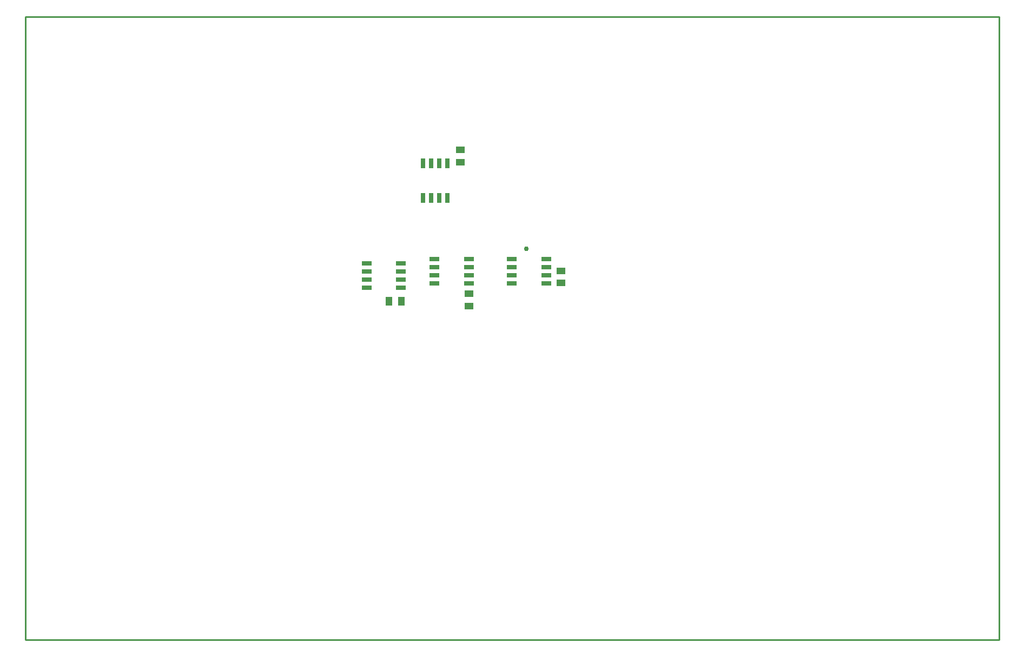
<source format=gbp>
G04*
G04 #@! TF.GenerationSoftware,Altium Limited,Altium Designer,18.1.11 (251)*
G04*
G04 Layer_Color=128*
%FSLAX25Y25*%
%MOIN*%
G70*
G01*
G75*
%ADD12C,0.01000*%
%ADD18R,0.06102X0.02559*%
%ADD23C,0.03000*%
%ADD24R,0.04134X0.05512*%
%ADD29R,0.05512X0.04134*%
%ADD38R,0.02559X0.06102*%
D12*
X105500Y570500D02*
X705500D01*
X105500Y186500D02*
X705500D01*
Y570500D01*
X105500Y186500D02*
Y570500D01*
D18*
X337130Y418500D02*
D03*
Y413500D02*
D03*
Y408500D02*
D03*
Y403500D02*
D03*
X315870Y418500D02*
D03*
Y413500D02*
D03*
Y408500D02*
D03*
Y403500D02*
D03*
X426630Y421000D02*
D03*
Y416000D02*
D03*
Y411000D02*
D03*
Y406000D02*
D03*
X405370Y421000D02*
D03*
Y416000D02*
D03*
Y411000D02*
D03*
Y406000D02*
D03*
X379000Y421000D02*
D03*
Y416000D02*
D03*
Y411000D02*
D03*
Y406000D02*
D03*
X357740Y421000D02*
D03*
Y416000D02*
D03*
Y411000D02*
D03*
Y406000D02*
D03*
D23*
X414245Y427505D02*
D03*
D24*
X329760Y395100D02*
D03*
X337240D02*
D03*
D29*
X379000Y392100D02*
D03*
Y399580D02*
D03*
X373500Y488240D02*
D03*
Y480760D02*
D03*
X435500Y413740D02*
D03*
Y406260D02*
D03*
D38*
X350500Y480130D02*
D03*
X355500D02*
D03*
X360500D02*
D03*
X365500D02*
D03*
X350500Y458870D02*
D03*
X355500D02*
D03*
X360500D02*
D03*
X365500D02*
D03*
M02*

</source>
